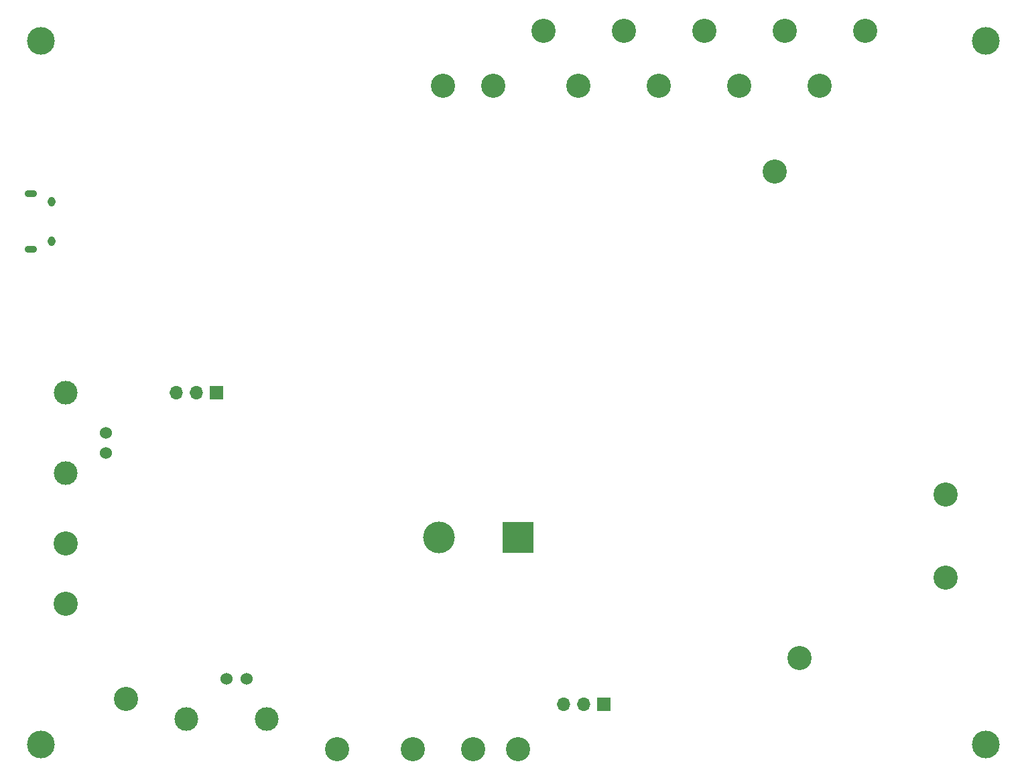
<source format=gbr>
%TF.GenerationSoftware,KiCad,Pcbnew,7.0.8*%
%TF.CreationDate,2024-02-01T17:09:29-05:00*%
%TF.ProjectId,cc_laser_supply_rev-B,63635f6c-6173-4657-925f-737570706c79,rev?*%
%TF.SameCoordinates,Original*%
%TF.FileFunction,Soldermask,Bot*%
%TF.FilePolarity,Negative*%
%FSLAX46Y46*%
G04 Gerber Fmt 4.6, Leading zero omitted, Abs format (unit mm)*
G04 Created by KiCad (PCBNEW 7.0.8) date 2024-02-01 17:09:29*
%MOMM*%
%LPD*%
G01*
G04 APERTURE LIST*
%ADD10C,3.048000*%
%ADD11R,4.000000X4.000000*%
%ADD12C,4.000000*%
%ADD13C,3.000000*%
%ADD14C,1.524000*%
%ADD15C,3.500000*%
%ADD16O,1.550000X0.890000*%
%ADD17O,0.950000X1.250000*%
%ADD18R,1.700000X1.700000*%
%ADD19O,1.700000X1.700000*%
G04 APERTURE END LIST*
D10*
%TO.C,TP15*%
X127000000Y-144145000D03*
%TD*%
%TO.C,TP9*%
X83185000Y-118110000D03*
%TD*%
%TO.C,TP21*%
X173990000Y-53340000D03*
%TD*%
%TO.C,TP22*%
X117475000Y-144145000D03*
%TD*%
%TO.C,TP17*%
X143510000Y-53340000D03*
%TD*%
%TO.C,TP16*%
X134620000Y-144145000D03*
%TD*%
D11*
%TO.C,C13*%
X140320499Y-117348000D03*
D12*
X130320499Y-117348000D03*
%TD*%
D10*
%TO.C,TP18*%
X90805000Y-137795000D03*
%TD*%
D13*
%TO.C,J3*%
X98425000Y-140335000D03*
X108585000Y-140335000D03*
D14*
X103505000Y-135255000D03*
X106045000Y-135255000D03*
%TD*%
D15*
%TO.C,H2*%
X199390000Y-54610000D03*
%TD*%
%TO.C,H3*%
X199390000Y-143510000D03*
%TD*%
D10*
%TO.C,TP2*%
X130810000Y-60325000D03*
%TD*%
%TO.C,TP7*%
X194310000Y-122428000D03*
%TD*%
%TO.C,TP14*%
X140335000Y-144145000D03*
%TD*%
%TO.C,TP19*%
X153670000Y-53340000D03*
%TD*%
D13*
%TO.C,J2*%
X83185000Y-99060000D03*
X83185000Y-109220000D03*
D14*
X88265000Y-104140000D03*
X88265000Y-106680000D03*
%TD*%
D10*
%TO.C,TP8*%
X147955000Y-60325000D03*
%TD*%
%TO.C,TP3*%
X172720000Y-71120000D03*
%TD*%
%TO.C,TP5*%
X194310000Y-111973000D03*
%TD*%
%TO.C,TP4*%
X184150000Y-53340000D03*
%TD*%
%TO.C,TP20*%
X163830000Y-53340000D03*
%TD*%
%TO.C,TP12*%
X168275000Y-60325000D03*
%TD*%
%TO.C,TP6*%
X175895000Y-132588000D03*
%TD*%
D16*
%TO.C,J1*%
X78710000Y-73970000D03*
D17*
X81410000Y-74970000D03*
X81410000Y-79970000D03*
D16*
X78710000Y-80970000D03*
%TD*%
D10*
%TO.C,TP1*%
X137160000Y-60325000D03*
%TD*%
D18*
%TO.C,JP2*%
X151130000Y-138430000D03*
D19*
X148590000Y-138430000D03*
X146050000Y-138430000D03*
%TD*%
D15*
%TO.C,H4*%
X80010000Y-143510000D03*
%TD*%
D10*
%TO.C,TP11*%
X158115000Y-60325000D03*
%TD*%
%TO.C,TP10*%
X83185000Y-125730000D03*
%TD*%
D15*
%TO.C,H1*%
X80010000Y-54610000D03*
%TD*%
D10*
%TO.C,TP13*%
X178435000Y-60325000D03*
%TD*%
D18*
%TO.C,JP1*%
X102235000Y-99060000D03*
D19*
X99695000Y-99060000D03*
X97155000Y-99060000D03*
%TD*%
M02*

</source>
